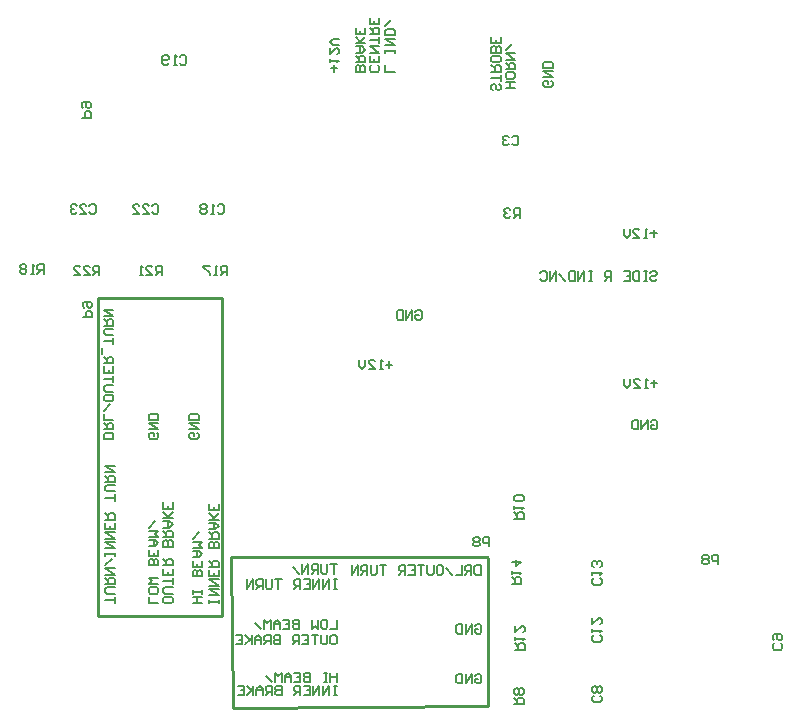
<source format=gbo>
G04*
G04 #@! TF.GenerationSoftware,Altium Limited,Altium Designer,18.0.11 (651)*
G04*
G04 Layer_Color=32896*
%FSLAX25Y25*%
%MOIN*%
G70*
G01*
G75*
%ADD10C,0.01000*%
%ADD14C,0.00709*%
D10*
X41732Y176772D02*
X83071D01*
X41732Y70866D02*
Y176772D01*
Y70866D02*
X80709D01*
X83071Y110630D02*
Y176772D01*
Y70866D02*
Y110630D01*
X86122Y90453D02*
X86221Y90551D01*
X171260D01*
X80709Y70866D02*
X83071D01*
X171667Y40958D02*
X171700Y40992D01*
X171260Y90551D02*
X171700Y90119D01*
Y40992D02*
Y90119D01*
X86590Y40167D02*
X171667Y40958D01*
X86122Y90453D02*
X86590Y40167D01*
D14*
X36535Y170394D02*
X39684D01*
Y171968D01*
X39159Y172493D01*
X38110D01*
X37585Y171968D01*
Y170394D01*
X37060Y173542D02*
X36535Y174067D01*
Y175117D01*
X37060Y175641D01*
X39159D01*
X39684Y175117D01*
Y174067D01*
X39159Y173542D01*
X38634D01*
X38110Y174067D01*
Y175641D01*
X139764Y154724D02*
X137665D01*
X138714Y155773D02*
Y153674D01*
X136615Y153150D02*
X135566D01*
X136090D01*
Y156298D01*
X136615Y155773D01*
X131892Y153150D02*
X133991D01*
X131892Y155249D01*
Y155773D01*
X132417Y156298D01*
X133467D01*
X133991Y155773D01*
X130843Y156298D02*
Y154199D01*
X129793Y153150D01*
X128744Y154199D01*
Y156298D01*
X147507Y172309D02*
X148032Y172834D01*
X149082D01*
X149606Y172309D01*
Y170210D01*
X149082Y169685D01*
X148032D01*
X147507Y170210D01*
Y171259D01*
X148557D01*
X146458Y169685D02*
Y172834D01*
X144359Y169685D01*
Y172834D01*
X143309D02*
Y169685D01*
X141735D01*
X141210Y170210D01*
Y172309D01*
X141735Y172834D01*
X143309D01*
X130708Y252362D02*
X127559D01*
Y253937D01*
X128084Y254461D01*
X128609D01*
X129133Y253937D01*
Y252362D01*
Y253937D01*
X129658Y254461D01*
X130183D01*
X130708Y253937D01*
Y252362D01*
X127559Y255511D02*
X130708D01*
Y257085D01*
X130183Y257610D01*
X129133D01*
X128609Y257085D01*
Y255511D01*
Y256560D02*
X127559Y257610D01*
Y258659D02*
X129658D01*
X130708Y259709D01*
X129658Y260758D01*
X127559D01*
X129133D01*
Y258659D01*
X130708Y261808D02*
X127559D01*
X128609D01*
X130708Y263907D01*
X129133Y262333D01*
X127559Y263907D01*
X130708Y267056D02*
Y264957D01*
X127559D01*
Y267056D01*
X129133Y264957D02*
Y266006D01*
X120472Y252362D02*
Y254461D01*
X121521Y253412D02*
X119422D01*
X118898Y255511D02*
Y256560D01*
Y256036D01*
X122046D01*
X121521Y255511D01*
X118898Y260234D02*
Y258135D01*
X120997Y260234D01*
X121521D01*
X122046Y259709D01*
Y258659D01*
X121521Y258135D01*
X122046Y261283D02*
X119947D01*
X118898Y262333D01*
X119947Y263382D01*
X122046D01*
X134907Y254461D02*
X135432Y253937D01*
Y252887D01*
X134907Y252362D01*
X132808D01*
X132283Y252887D01*
Y253937D01*
X132808Y254461D01*
X135432Y257610D02*
Y255511D01*
X132283D01*
Y257610D01*
X133858Y255511D02*
Y256560D01*
X132283Y258659D02*
X135432D01*
X132283Y260758D01*
X135432D01*
Y261808D02*
Y263907D01*
Y262858D01*
X132283D01*
Y264957D02*
X135432D01*
Y266531D01*
X134907Y267056D01*
X133858D01*
X133333Y266531D01*
Y264957D01*
Y266006D02*
X132283Y267056D01*
X135432Y270204D02*
Y268105D01*
X132283D01*
Y270204D01*
X133858Y268105D02*
Y269155D01*
X140550Y252362D02*
X137402D01*
Y254461D01*
X140550Y258659D02*
Y259709D01*
Y259184D01*
X137402D01*
Y258659D01*
Y259709D01*
Y261283D02*
X140550D01*
X137402Y263382D01*
X140550D01*
Y264432D02*
X137402D01*
Y266006D01*
X137926Y266531D01*
X140025D01*
X140550Y266006D01*
Y264432D01*
X137402Y267580D02*
X139501Y269679D01*
X175459Y248162D02*
X175983Y247637D01*
Y246588D01*
X175459Y246063D01*
X174934D01*
X174409Y246588D01*
Y247637D01*
X173884Y248162D01*
X173359D01*
X172835Y247637D01*
Y246588D01*
X173359Y246063D01*
X175983Y249212D02*
Y251311D01*
Y250261D01*
X172835D01*
Y252360D02*
X175983D01*
Y253935D01*
X175459Y254459D01*
X174409D01*
X173884Y253935D01*
Y252360D01*
Y253410D02*
X172835Y254459D01*
X175983Y257083D02*
Y256033D01*
X175459Y255509D01*
X173359D01*
X172835Y256033D01*
Y257083D01*
X173359Y257608D01*
X175459D01*
X175983Y257083D01*
Y258657D02*
X172835D01*
Y260232D01*
X173359Y260756D01*
X173884D01*
X174409Y260232D01*
Y258657D01*
Y260232D01*
X174934Y260756D01*
X175459D01*
X175983Y260232D01*
Y258657D01*
Y263905D02*
Y261806D01*
X172835D01*
Y263905D01*
X174409Y261806D02*
Y262856D01*
X180708Y246850D02*
X177559D01*
X179133D01*
Y248949D01*
X180708D01*
X177559D01*
X180708Y251573D02*
Y250524D01*
X180183Y249999D01*
X178084D01*
X177559Y250524D01*
Y251573D01*
X178084Y252098D01*
X180183D01*
X180708Y251573D01*
X177559Y253148D02*
X180708D01*
Y254722D01*
X180183Y255247D01*
X179133D01*
X178609Y254722D01*
Y253148D01*
Y254197D02*
X177559Y255247D01*
Y256296D02*
X180708D01*
X177559Y258395D01*
X180708D01*
X177559Y259445D02*
X179658Y261544D01*
X192781Y249343D02*
X193306Y248818D01*
Y247769D01*
X192781Y247244D01*
X190682D01*
X190157Y247769D01*
Y248818D01*
X190682Y249343D01*
X191732D01*
Y248294D01*
X190157Y250393D02*
X193306D01*
X190157Y252492D01*
X193306D01*
Y253541D02*
X190157D01*
Y255116D01*
X190682Y255640D01*
X192781D01*
X193306Y255116D01*
Y253541D01*
X227953Y198425D02*
X225854D01*
X226903Y199474D02*
Y197375D01*
X224804Y196850D02*
X223755D01*
X224279D01*
Y199999D01*
X224804Y199474D01*
X220081Y196850D02*
X222180D01*
X220081Y198950D01*
Y199474D01*
X220606Y199999D01*
X221656D01*
X222180Y199474D01*
X219032Y199999D02*
Y197900D01*
X217982Y196850D01*
X216933Y197900D01*
Y199999D01*
X225854Y185301D02*
X226378Y185826D01*
X227428D01*
X227953Y185301D01*
Y184776D01*
X227428Y184251D01*
X226378D01*
X225854Y183727D01*
Y183202D01*
X226378Y182677D01*
X227428D01*
X227953Y183202D01*
X224804Y185826D02*
X223755D01*
X224279D01*
Y182677D01*
X224804D01*
X223755D01*
X222180Y185826D02*
Y182677D01*
X220606D01*
X220081Y183202D01*
Y185301D01*
X220606Y185826D01*
X222180D01*
X216933D02*
X219032D01*
Y182677D01*
X216933D01*
X219032Y184251D02*
X217982D01*
X212735Y182677D02*
Y185826D01*
X211160D01*
X210635Y185301D01*
Y184251D01*
X211160Y183727D01*
X212735D01*
X211685D02*
X210635Y182677D01*
X206437Y185826D02*
X205388D01*
X205913D01*
Y182677D01*
X206437D01*
X205388D01*
X203814D02*
Y185826D01*
X201714Y182677D01*
Y185826D01*
X200665D02*
Y182677D01*
X199091D01*
X198566Y183202D01*
Y185301D01*
X199091Y185826D01*
X200665D01*
X197516Y182677D02*
X195417Y184776D01*
X194368Y182677D02*
Y185826D01*
X192269Y182677D01*
Y185826D01*
X189120Y185301D02*
X189645Y185826D01*
X190694D01*
X191219Y185301D01*
Y183202D01*
X190694Y182677D01*
X189645D01*
X189120Y183202D01*
X225972Y135695D02*
X226497Y136220D01*
X227546D01*
X228071Y135695D01*
Y133596D01*
X227546Y133071D01*
X226497D01*
X225972Y133596D01*
Y134645D01*
X227021D01*
X224922Y133071D02*
Y136220D01*
X222823Y133071D01*
Y136220D01*
X221774D02*
Y133071D01*
X220199D01*
X219675Y133596D01*
Y135695D01*
X220199Y136220D01*
X221774D01*
X228071Y148425D02*
X225972D01*
X227021Y149474D02*
Y147375D01*
X224922Y146850D02*
X223873D01*
X224397D01*
Y149999D01*
X224922Y149474D01*
X220199Y146850D02*
X222299D01*
X220199Y148950D01*
Y149474D01*
X220724Y149999D01*
X221774D01*
X222299Y149474D01*
X219150Y149999D02*
Y147900D01*
X218100Y146850D01*
X217051Y147900D01*
Y149999D01*
X172047Y94095D02*
Y97243D01*
X170473D01*
X169948Y96718D01*
Y95669D01*
X170473Y95144D01*
X172047D01*
X168899Y96718D02*
X168374Y97243D01*
X167324D01*
X166800Y96718D01*
Y96194D01*
X167324Y95669D01*
X166800Y95144D01*
Y94619D01*
X167324Y94095D01*
X168374D01*
X168899Y94619D01*
Y95144D01*
X168374Y95669D01*
X168899Y96194D01*
Y96718D01*
X168374Y95669D02*
X167324D01*
X248425Y88189D02*
Y91338D01*
X246851D01*
X246326Y90813D01*
Y89763D01*
X246851Y89239D01*
X248425D01*
X245277Y90813D02*
X244752Y91338D01*
X243702D01*
X243178Y90813D01*
Y90288D01*
X243702Y89763D01*
X243178Y89239D01*
Y88714D01*
X243702Y88189D01*
X244752D01*
X245277Y88714D01*
Y89239D01*
X244752Y89763D01*
X245277Y90288D01*
Y90813D01*
X244752Y89763D02*
X243702D01*
X121260Y83070D02*
X120210D01*
X120735D01*
Y79921D01*
X121260D01*
X120210D01*
X118636D02*
Y83070D01*
X116537Y79921D01*
Y83070D01*
X115487Y79921D02*
Y83070D01*
X113388Y79921D01*
Y83070D01*
X110240D02*
X112339D01*
Y79921D01*
X110240D01*
X112339Y81496D02*
X111289D01*
X109190Y79921D02*
Y83070D01*
X107616D01*
X107091Y82545D01*
Y81496D01*
X107616Y80971D01*
X109190D01*
X108141D02*
X107091Y79921D01*
X102893Y83070D02*
X100794D01*
X101844D01*
Y79921D01*
X99744Y83070D02*
Y80446D01*
X99220Y79921D01*
X98170D01*
X97645Y80446D01*
Y83070D01*
X96596Y79921D02*
Y83070D01*
X95022D01*
X94497Y82545D01*
Y81496D01*
X95022Y80971D01*
X96596D01*
X95546D02*
X94497Y79921D01*
X93447D02*
Y83070D01*
X91348Y79921D01*
Y83070D01*
X36220Y237008D02*
X39369D01*
Y238582D01*
X38844Y239107D01*
X37795D01*
X37270Y238582D01*
Y237008D01*
X36745Y240157D02*
X36220Y240681D01*
Y241731D01*
X36745Y242255D01*
X38844D01*
X39369Y241731D01*
Y240681D01*
X38844Y240157D01*
X38320D01*
X37795Y240681D01*
Y242255D01*
X47243Y75197D02*
Y77296D01*
Y76246D01*
X44094D01*
X47243Y78346D02*
X44619D01*
X44094Y78870D01*
Y79920D01*
X44619Y80445D01*
X47243D01*
X44094Y81494D02*
X47243D01*
Y83068D01*
X46718Y83593D01*
X45669D01*
X45144Y83068D01*
Y81494D01*
Y82544D02*
X44094Y83593D01*
Y84643D02*
X47243D01*
X44094Y86742D01*
X47243D01*
X44094Y87791D02*
X46194Y89890D01*
X47243Y90940D02*
Y91989D01*
Y91465D01*
X44094D01*
Y90940D01*
Y91989D01*
Y93564D02*
X47243D01*
X44094Y95663D01*
X47243D01*
X44094Y96712D02*
X47243D01*
X44094Y98811D01*
X47243D01*
Y101960D02*
Y99861D01*
X44094D01*
Y101960D01*
X45669Y99861D02*
Y100910D01*
X44094Y103009D02*
X47243D01*
Y104584D01*
X46718Y105108D01*
X45669D01*
X45144Y104584D01*
Y103009D01*
Y104059D02*
X44094Y105108D01*
X47243Y109307D02*
Y111406D01*
Y110356D01*
X44094D01*
X47243Y112455D02*
X44619D01*
X44094Y112980D01*
Y114030D01*
X44619Y114554D01*
X47243D01*
X44094Y115604D02*
X47243D01*
Y117178D01*
X46718Y117703D01*
X45669D01*
X45144Y117178D01*
Y115604D01*
Y116653D02*
X44094Y117703D01*
Y118752D02*
X47243D01*
X44094Y120851D01*
X47243D01*
X61810Y75197D02*
X58661D01*
Y77296D01*
X61810Y79920D02*
Y78870D01*
X61285Y78346D01*
X59186D01*
X58661Y78870D01*
Y79920D01*
X59186Y80445D01*
X61285D01*
X61810Y79920D01*
Y81494D02*
X58661D01*
X59711Y82544D01*
X58661Y83593D01*
X61810D01*
Y87791D02*
X58661D01*
Y89366D01*
X59186Y89890D01*
X59711D01*
X60236Y89366D01*
Y87791D01*
Y89366D01*
X60760Y89890D01*
X61285D01*
X61810Y89366D01*
Y87791D01*
Y93039D02*
Y90940D01*
X58661D01*
Y93039D01*
X60236Y90940D02*
Y91989D01*
X58661Y94088D02*
X60760D01*
X61810Y95138D01*
X60760Y96188D01*
X58661D01*
X60236D01*
Y94088D01*
X58661Y97237D02*
X61810D01*
X60760Y98286D01*
X61810Y99336D01*
X58661D01*
Y100386D02*
X60760Y102485D01*
X76377Y75197D02*
X73228D01*
X74803D01*
Y77296D01*
X76377D01*
X73228D01*
X76377Y78346D02*
Y79395D01*
Y78870D01*
X73228D01*
Y78346D01*
Y79395D01*
X76377Y84118D02*
X73228D01*
Y85692D01*
X73753Y86217D01*
X74278D01*
X74803Y85692D01*
Y84118D01*
Y85692D01*
X75327Y86217D01*
X75852D01*
X76377Y85692D01*
Y84118D01*
Y89366D02*
Y87266D01*
X73228D01*
Y89366D01*
X74803Y87266D02*
Y88316D01*
X73228Y90415D02*
X75327D01*
X76377Y91465D01*
X75327Y92514D01*
X73228D01*
X74803D01*
Y90415D01*
X73228Y93564D02*
X76377D01*
X75327Y94613D01*
X76377Y95663D01*
X73228D01*
Y96712D02*
X75327Y98811D01*
X46849Y129921D02*
X43701D01*
Y131496D01*
X44225Y132020D01*
X46325D01*
X46849Y131496D01*
Y129921D01*
X43701Y133070D02*
X46849D01*
Y134644D01*
X46325Y135169D01*
X45275D01*
X44750Y134644D01*
Y133070D01*
Y134119D02*
X43701Y135169D01*
X46849Y136218D02*
X43701D01*
Y138318D01*
Y139367D02*
X45800Y141466D01*
X46849Y144090D02*
Y143040D01*
X46325Y142516D01*
X44225D01*
X43701Y143040D01*
Y144090D01*
X44225Y144615D01*
X46325D01*
X46849Y144090D01*
Y145664D02*
X44225D01*
X43701Y146189D01*
Y147239D01*
X44225Y147763D01*
X46849D01*
Y148813D02*
Y150912D01*
Y149862D01*
X43701D01*
X46849Y154060D02*
Y151961D01*
X43701D01*
Y154060D01*
X45275Y151961D02*
Y153011D01*
X43701Y155110D02*
X46849D01*
Y156684D01*
X46325Y157209D01*
X45275D01*
X44750Y156684D01*
Y155110D01*
Y156159D02*
X43701Y157209D01*
X43176Y158259D02*
Y160358D01*
X46849Y161407D02*
Y163506D01*
Y162457D01*
X43701D01*
X46849Y164556D02*
X44225D01*
X43701Y165080D01*
Y166130D01*
X44225Y166655D01*
X46849D01*
X43701Y167704D02*
X46849D01*
Y169279D01*
X46325Y169803D01*
X45275D01*
X44750Y169279D01*
Y167704D01*
Y168754D02*
X43701Y169803D01*
Y170853D02*
X46849D01*
X43701Y172952D01*
X46849D01*
X121260Y69684D02*
Y66535D01*
X119161D01*
X116537Y69684D02*
X117587D01*
X118111Y69159D01*
Y67060D01*
X117587Y66535D01*
X116537D01*
X116012Y67060D01*
Y69159D01*
X116537Y69684D01*
X114963D02*
Y66535D01*
X113913Y67585D01*
X112864Y66535D01*
Y69684D01*
X108666D02*
Y66535D01*
X107091D01*
X106566Y67060D01*
Y67585D01*
X107091Y68110D01*
X108666D01*
X107091D01*
X106566Y68634D01*
Y69159D01*
X107091Y69684D01*
X108666D01*
X103418D02*
X105517D01*
Y66535D01*
X103418D01*
X105517Y68110D02*
X104467D01*
X102368Y66535D02*
Y68634D01*
X101319Y69684D01*
X100269Y68634D01*
Y66535D01*
Y68110D01*
X102368D01*
X99220Y66535D02*
Y69684D01*
X98170Y68634D01*
X97121Y69684D01*
Y66535D01*
X96071D02*
X93972Y68634D01*
X121260Y88188D02*
X119161D01*
X120210D01*
Y85039D01*
X118111Y88188D02*
Y85564D01*
X117587Y85039D01*
X116537D01*
X116012Y85564D01*
Y88188D01*
X114963Y85039D02*
Y88188D01*
X113388D01*
X112864Y87663D01*
Y86614D01*
X113388Y86089D01*
X114963D01*
X113913D02*
X112864Y85039D01*
X111814D02*
Y88188D01*
X109715Y85039D01*
Y88188D01*
X108666Y85039D02*
X106566Y87138D01*
X121260Y51968D02*
Y48819D01*
Y50393D01*
X119161D01*
Y51968D01*
Y48819D01*
X118111Y51968D02*
X117062D01*
X117587D01*
Y48819D01*
X118111D01*
X117062D01*
X112339Y51968D02*
Y48819D01*
X110765D01*
X110240Y49344D01*
Y49868D01*
X110765Y50393D01*
X112339D01*
X110765D01*
X110240Y50918D01*
Y51443D01*
X110765Y51968D01*
X112339D01*
X107091D02*
X109190D01*
Y48819D01*
X107091D01*
X109190Y50393D02*
X108141D01*
X106042Y48819D02*
Y50918D01*
X104992Y51968D01*
X103943Y50918D01*
Y48819D01*
Y50393D01*
X106042D01*
X102893Y48819D02*
Y51968D01*
X101844Y50918D01*
X100794Y51968D01*
Y48819D01*
X99744D02*
X97645Y50918D01*
X167350Y67585D02*
X167875Y68109D01*
X168924D01*
X169449Y67585D01*
Y65485D01*
X168924Y64961D01*
X167875D01*
X167350Y65485D01*
Y66535D01*
X168399D01*
X166300Y64961D02*
Y68109D01*
X164201Y64961D01*
Y68109D01*
X163152D02*
Y64961D01*
X161577D01*
X161053Y65485D01*
Y67585D01*
X161577Y68109D01*
X163152D01*
X167350Y51049D02*
X167875Y51574D01*
X168924D01*
X169449Y51049D01*
Y48950D01*
X168924Y48425D01*
X167875D01*
X167350Y48950D01*
Y49999D01*
X168399D01*
X166300Y48425D02*
Y51574D01*
X164201Y48425D01*
Y51574D01*
X163152D02*
Y48425D01*
X161577D01*
X161053Y48950D01*
Y51049D01*
X161577Y51574D01*
X163152D01*
X169291Y87873D02*
Y84724D01*
X167717D01*
X167192Y85249D01*
Y87348D01*
X167717Y87873D01*
X169291D01*
X166143Y84724D02*
Y87873D01*
X164568D01*
X164044Y87348D01*
Y86299D01*
X164568Y85774D01*
X166143D01*
X165093D02*
X164044Y84724D01*
X162994Y87873D02*
Y84724D01*
X160895D01*
X159846D02*
X157747Y86823D01*
X155123Y87873D02*
X156172D01*
X156697Y87348D01*
Y85249D01*
X156172Y84724D01*
X155123D01*
X154598Y85249D01*
Y87348D01*
X155123Y87873D01*
X153548D02*
Y85249D01*
X153024Y84724D01*
X151974D01*
X151449Y85249D01*
Y87873D01*
X150400D02*
X148301D01*
X149350D01*
Y84724D01*
X145152Y87873D02*
X147251D01*
Y84724D01*
X145152D01*
X147251Y86299D02*
X146202D01*
X144103Y84724D02*
Y87873D01*
X142528D01*
X142004Y87348D01*
Y86299D01*
X142528Y85774D01*
X144103D01*
X143053D02*
X142004Y84724D01*
X137805Y87873D02*
X135706D01*
X136756D01*
Y84724D01*
X134657Y87873D02*
Y85249D01*
X134132Y84724D01*
X133082D01*
X132558Y85249D01*
Y87873D01*
X131508Y84724D02*
Y87873D01*
X129934D01*
X129409Y87348D01*
Y86299D01*
X129934Y85774D01*
X131508D01*
X130459D02*
X129409Y84724D01*
X128360D02*
Y87873D01*
X126261Y84724D01*
Y87873D01*
X61285Y132020D02*
X61810Y131496D01*
Y130446D01*
X61285Y129921D01*
X59186D01*
X58661Y130446D01*
Y131496D01*
X59186Y132020D01*
X60236D01*
Y130971D01*
X58661Y133070D02*
X61810D01*
X58661Y135169D01*
X61810D01*
Y136218D02*
X58661D01*
Y137793D01*
X59186Y138318D01*
X61285D01*
X61810Y137793D01*
Y136218D01*
X74671Y132020D02*
X75196Y131496D01*
Y130446D01*
X74671Y129921D01*
X72572D01*
X72047Y130446D01*
Y131496D01*
X72572Y132020D01*
X73621D01*
Y130971D01*
X72047Y133070D02*
X75196D01*
X72047Y135169D01*
X75196D01*
Y136218D02*
X72047D01*
Y137793D01*
X72572Y138318D01*
X74671D01*
X75196Y137793D01*
Y136218D01*
X81889Y75197D02*
Y76246D01*
Y75722D01*
X78740D01*
Y75197D01*
Y76246D01*
Y77821D02*
X81889D01*
X78740Y79920D01*
X81889D01*
X78740Y80969D02*
X81889D01*
X78740Y83068D01*
X81889D01*
Y86217D02*
Y84118D01*
X78740D01*
Y86217D01*
X80314Y84118D02*
Y85167D01*
X78740Y87266D02*
X81889D01*
Y88841D01*
X81364Y89366D01*
X80314D01*
X79790Y88841D01*
Y87266D01*
Y88316D02*
X78740Y89366D01*
X81889Y93564D02*
X78740D01*
Y95138D01*
X79265Y95663D01*
X79790D01*
X80314Y95138D01*
Y93564D01*
Y95138D01*
X80839Y95663D01*
X81364D01*
X81889Y95138D01*
Y93564D01*
X78740Y96712D02*
X81889D01*
Y98286D01*
X81364Y98811D01*
X80314D01*
X79790Y98286D01*
Y96712D01*
Y97762D02*
X78740Y98811D01*
Y99861D02*
X80839D01*
X81889Y100910D01*
X80839Y101960D01*
X78740D01*
X80314D01*
Y99861D01*
X81889Y103009D02*
X78740D01*
X79790D01*
X81889Y105108D01*
X80314Y103534D01*
X78740Y105108D01*
X81889Y108257D02*
Y106158D01*
X78740D01*
Y108257D01*
X80314Y106158D02*
Y107208D01*
X66534Y76732D02*
Y75682D01*
X66010Y75157D01*
X63911D01*
X63386Y75682D01*
Y76732D01*
X63911Y77257D01*
X66010D01*
X66534Y76732D01*
Y78306D02*
X63911D01*
X63386Y78831D01*
Y79880D01*
X63911Y80405D01*
X66534D01*
Y81455D02*
Y83554D01*
Y82504D01*
X63386D01*
X66534Y86702D02*
Y84603D01*
X63386D01*
Y86702D01*
X64960Y84603D02*
Y85653D01*
X63386Y87752D02*
X66534D01*
Y89326D01*
X66010Y89851D01*
X64960D01*
X64435Y89326D01*
Y87752D01*
Y88801D02*
X63386Y89851D01*
X66534Y94049D02*
X63386D01*
Y95623D01*
X63911Y96148D01*
X64435D01*
X64960Y95623D01*
Y94049D01*
Y95623D01*
X65485Y96148D01*
X66010D01*
X66534Y95623D01*
Y94049D01*
X63386Y97198D02*
X66534D01*
Y98772D01*
X66010Y99297D01*
X64960D01*
X64435Y98772D01*
Y97198D01*
Y98247D02*
X63386Y99297D01*
Y100346D02*
X65485D01*
X66534Y101396D01*
X65485Y102445D01*
X63386D01*
X64960D01*
Y100346D01*
X66534Y103495D02*
X63386D01*
X64435D01*
X66534Y105594D01*
X64960Y104020D01*
X63386Y105594D01*
X66534Y108742D02*
Y106643D01*
X63386D01*
Y108742D01*
X64960Y106643D02*
Y107693D01*
X119685Y64566D02*
X120735D01*
X121260Y64041D01*
Y61942D01*
X120735Y61417D01*
X119685D01*
X119161Y61942D01*
Y64041D01*
X119685Y64566D01*
X118111D02*
Y61942D01*
X117587Y61417D01*
X116537D01*
X116012Y61942D01*
Y64566D01*
X114963D02*
X112864D01*
X113913D01*
Y61417D01*
X109715Y64566D02*
X111814D01*
Y61417D01*
X109715D01*
X111814Y62992D02*
X110765D01*
X108666Y61417D02*
Y64566D01*
X107091D01*
X106566Y64041D01*
Y62992D01*
X107091Y62467D01*
X108666D01*
X107616D02*
X106566Y61417D01*
X102368Y64566D02*
Y61417D01*
X100794D01*
X100269Y61942D01*
Y62467D01*
X100794Y62992D01*
X102368D01*
X100794D01*
X100269Y63516D01*
Y64041D01*
X100794Y64566D01*
X102368D01*
X99220Y61417D02*
Y64566D01*
X97645D01*
X97121Y64041D01*
Y62992D01*
X97645Y62467D01*
X99220D01*
X98170D02*
X97121Y61417D01*
X96071D02*
Y63516D01*
X95022Y64566D01*
X93972Y63516D01*
Y61417D01*
Y62992D01*
X96071D01*
X92923Y64566D02*
Y61417D01*
Y62467D01*
X90824Y64566D01*
X92398Y62992D01*
X90824Y61417D01*
X87675Y64566D02*
X89774D01*
Y61417D01*
X87675D01*
X89774Y62992D02*
X88724D01*
X121260Y47637D02*
X120210D01*
X120735D01*
Y44488D01*
X121260D01*
X120210D01*
X118636D02*
Y47637D01*
X116537Y44488D01*
Y47637D01*
X115487Y44488D02*
Y47637D01*
X113388Y44488D01*
Y47637D01*
X110240D02*
X112339D01*
Y44488D01*
X110240D01*
X112339Y46062D02*
X111289D01*
X109190Y44488D02*
Y47637D01*
X107616D01*
X107091Y47112D01*
Y46062D01*
X107616Y45538D01*
X109190D01*
X108141D02*
X107091Y44488D01*
X102893Y47637D02*
Y44488D01*
X101319D01*
X100794Y45013D01*
Y45538D01*
X101319Y46062D01*
X102893D01*
X101319D01*
X100794Y46587D01*
Y47112D01*
X101319Y47637D01*
X102893D01*
X99744Y44488D02*
Y47637D01*
X98170D01*
X97645Y47112D01*
Y46062D01*
X98170Y45538D01*
X99744D01*
X98695D02*
X97645Y44488D01*
X96596D02*
Y46587D01*
X95546Y47637D01*
X94497Y46587D01*
Y44488D01*
Y46062D01*
X96596D01*
X93447Y47637D02*
Y44488D01*
Y45538D01*
X91348Y47637D01*
X92923Y46062D01*
X91348Y44488D01*
X88200Y47637D02*
X90299D01*
Y44488D01*
X88200D01*
X90299Y46062D02*
X89249D01*
X269238Y61737D02*
X269763Y61212D01*
Y60163D01*
X269238Y59638D01*
X267139D01*
X266614Y60163D01*
Y61212D01*
X267139Y61737D01*
Y62786D02*
X266614Y63311D01*
Y64361D01*
X267139Y64885D01*
X269238D01*
X269763Y64361D01*
Y63311D01*
X269238Y62786D01*
X268713D01*
X268189Y63311D01*
Y64885D01*
X42126Y184539D02*
Y187688D01*
X40552D01*
X40027Y187163D01*
Y186114D01*
X40552Y185589D01*
X42126D01*
X41076D02*
X40027Y184539D01*
X36878D02*
X38977D01*
X36878Y186638D01*
Y187163D01*
X37403Y187688D01*
X38453D01*
X38977Y187163D01*
X33730Y184539D02*
X35829D01*
X33730Y186638D01*
Y187163D01*
X34255Y187688D01*
X35304D01*
X35829Y187163D01*
X62992Y184539D02*
Y187688D01*
X61418D01*
X60893Y187163D01*
Y186114D01*
X61418Y185589D01*
X62992D01*
X61943D02*
X60893Y184539D01*
X57744D02*
X59844D01*
X57744Y186638D01*
Y187163D01*
X58269Y187688D01*
X59319D01*
X59844Y187163D01*
X56695Y184539D02*
X55646D01*
X56170D01*
Y187688D01*
X56695Y187163D01*
X180788Y59638D02*
X183936D01*
Y61212D01*
X183411Y61737D01*
X182362D01*
X181837Y61212D01*
Y59638D01*
Y60687D02*
X180788Y61737D01*
Y62786D02*
Y63836D01*
Y63311D01*
X183936D01*
X183411Y62786D01*
X180788Y67509D02*
Y65410D01*
X182887Y67509D01*
X183411D01*
X183936Y66984D01*
Y65935D01*
X183411Y65410D01*
X180394Y41528D02*
X183542D01*
Y43102D01*
X183018Y43627D01*
X181968D01*
X181443Y43102D01*
Y41528D01*
Y42577D02*
X180394Y43627D01*
X183018Y44676D02*
X183542Y45201D01*
Y46251D01*
X183018Y46775D01*
X182493D01*
X181968Y46251D01*
X181443Y46775D01*
X180919D01*
X180394Y46251D01*
Y45201D01*
X180919Y44676D01*
X181443D01*
X181968Y45201D01*
X182493Y44676D01*
X183018D01*
X181968Y45201D02*
Y46251D01*
X68964Y257242D02*
X69489Y257767D01*
X70538D01*
X71063Y257242D01*
Y255143D01*
X70538Y254618D01*
X69489D01*
X68964Y255143D01*
X67914Y254618D02*
X66865D01*
X67390D01*
Y257767D01*
X67914Y257242D01*
X65291Y255143D02*
X64766Y254618D01*
X63716D01*
X63191Y255143D01*
Y257242D01*
X63716Y257767D01*
X64766D01*
X65291Y257242D01*
Y256717D01*
X64766Y256192D01*
X63191D01*
X81562Y207636D02*
X82087Y208160D01*
X83137D01*
X83662Y207636D01*
Y205537D01*
X83137Y205012D01*
X82087D01*
X81562Y205537D01*
X80513Y205012D02*
X79463D01*
X79988D01*
Y208160D01*
X80513Y207636D01*
X77889D02*
X77364Y208160D01*
X76315D01*
X75790Y207636D01*
Y207111D01*
X76315Y206586D01*
X75790Y206061D01*
Y205537D01*
X76315Y205012D01*
X77364D01*
X77889Y205537D01*
Y206061D01*
X77364Y206586D01*
X77889Y207111D01*
Y207636D01*
X77364Y206586D02*
X76315D01*
X38846Y207636D02*
X39371Y208160D01*
X40420D01*
X40945Y207636D01*
Y205537D01*
X40420Y205012D01*
X39371D01*
X38846Y205537D01*
X35697Y205012D02*
X37796D01*
X35697Y207111D01*
Y207636D01*
X36222Y208160D01*
X37272D01*
X37796Y207636D01*
X34648D02*
X34123Y208160D01*
X33073D01*
X32549Y207636D01*
Y207111D01*
X33073Y206586D01*
X33598D01*
X33073D01*
X32549Y206061D01*
Y205537D01*
X33073Y205012D01*
X34123D01*
X34648Y205537D01*
X59712Y207636D02*
X60237Y208160D01*
X61286D01*
X61811Y207636D01*
Y205537D01*
X61286Y205012D01*
X60237D01*
X59712Y205537D01*
X56563Y205012D02*
X58662D01*
X56563Y207111D01*
Y207636D01*
X57088Y208160D01*
X58138D01*
X58662Y207636D01*
X53415Y205012D02*
X55514D01*
X53415Y207111D01*
Y207636D01*
X53940Y208160D01*
X54989D01*
X55514Y207636D01*
X209081Y83489D02*
X209605Y82964D01*
Y81915D01*
X209081Y81390D01*
X206981D01*
X206457Y81915D01*
Y82964D01*
X206981Y83489D01*
X206457Y84538D02*
Y85588D01*
Y85063D01*
X209605D01*
X209081Y84538D01*
Y87162D02*
X209605Y87687D01*
Y88736D01*
X209081Y89261D01*
X208556D01*
X208031Y88736D01*
Y88212D01*
Y88736D01*
X207506Y89261D01*
X206981D01*
X206457Y88736D01*
Y87687D01*
X206981Y87162D01*
X209081Y64394D02*
X209605Y63870D01*
Y62820D01*
X209081Y62295D01*
X206981D01*
X206457Y62820D01*
Y63870D01*
X206981Y64394D01*
X206457Y65444D02*
Y66493D01*
Y65969D01*
X209605D01*
X209081Y65444D01*
X206457Y70167D02*
Y68068D01*
X208556Y70167D01*
X209081D01*
X209605Y69642D01*
Y68593D01*
X209081Y68068D01*
Y44316D02*
X209605Y43791D01*
Y42741D01*
X209081Y42217D01*
X206981D01*
X206457Y42741D01*
Y43791D01*
X206981Y44316D01*
X209081Y45365D02*
X209605Y45890D01*
Y46939D01*
X209081Y47464D01*
X208556D01*
X208031Y46939D01*
X207506Y47464D01*
X206981D01*
X206457Y46939D01*
Y45890D01*
X206981Y45365D01*
X207506D01*
X208031Y45890D01*
X208556Y45365D01*
X209081D01*
X208031Y45890D02*
Y46939D01*
X23622Y185039D02*
Y188188D01*
X22048D01*
X21523Y187663D01*
Y186614D01*
X22048Y186089D01*
X23622D01*
X22572D02*
X21523Y185039D01*
X20473D02*
X19424D01*
X19949D01*
Y188188D01*
X20473Y187663D01*
X17850D02*
X17325Y188188D01*
X16275D01*
X15751Y187663D01*
Y187138D01*
X16275Y186614D01*
X15751Y186089D01*
Y185564D01*
X16275Y185039D01*
X17325D01*
X17850Y185564D01*
Y186089D01*
X17325Y186614D01*
X17850Y187138D01*
Y187663D01*
X17325Y186614D02*
X16275D01*
X84646Y184539D02*
Y187688D01*
X83071D01*
X82547Y187163D01*
Y186114D01*
X83071Y185589D01*
X84646D01*
X83596D02*
X82547Y184539D01*
X81497D02*
X80448D01*
X80972D01*
Y187688D01*
X81497Y187163D01*
X78873Y187688D02*
X76774D01*
Y187163D01*
X78873Y185064D01*
Y184539D01*
X179606Y81685D02*
X182755D01*
Y83259D01*
X182230Y83784D01*
X181181D01*
X180656Y83259D01*
Y81685D01*
Y82735D02*
X179606Y83784D01*
Y84834D02*
Y85883D01*
Y85358D01*
X182755D01*
X182230Y84834D01*
X179606Y89032D02*
X182755D01*
X181181Y87458D01*
Y89556D01*
X180394Y103339D02*
X183542D01*
Y104913D01*
X183018Y105438D01*
X181968D01*
X181443Y104913D01*
Y103339D01*
Y104388D02*
X180394Y105438D01*
Y106487D02*
Y107537D01*
Y107012D01*
X183542D01*
X183018Y106487D01*
Y109111D02*
X183542Y109636D01*
Y110685D01*
X183018Y111210D01*
X180919D01*
X180394Y110685D01*
Y109636D01*
X180919Y109111D01*
X183018D01*
X182327Y203646D02*
Y206795D01*
X180753D01*
X180228Y206270D01*
Y205221D01*
X180753Y204696D01*
X182327D01*
X181278D02*
X180228Y203646D01*
X179179Y206270D02*
X178654Y206795D01*
X177604D01*
X177080Y206270D01*
Y205745D01*
X177604Y205221D01*
X178129D01*
X177604D01*
X177080Y204696D01*
Y204171D01*
X177604Y203646D01*
X178654D01*
X179179Y204171D01*
X179676Y230477D02*
X180201Y231002D01*
X181250D01*
X181775Y230477D01*
Y228378D01*
X181250Y227854D01*
X180201D01*
X179676Y228378D01*
X178626Y230477D02*
X178102Y231002D01*
X177052D01*
X176527Y230477D01*
Y229953D01*
X177052Y229428D01*
X177577D01*
X177052D01*
X176527Y228903D01*
Y228378D01*
X177052Y227854D01*
X178102D01*
X178626Y228378D01*
M02*

</source>
